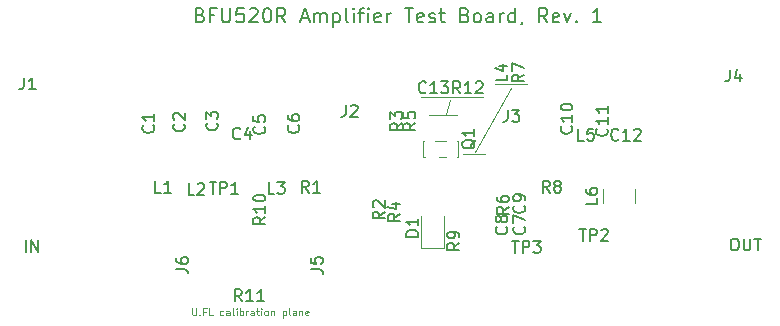
<source format=gbr>
G04 #@! TF.GenerationSoftware,KiCad,Pcbnew,5.1.2-f72e74a~84~ubuntu18.04.1*
G04 #@! TF.CreationDate,2019-07-13T09:23:27-04:00*
G04 #@! TF.ProjectId,iss-lna,6973732d-6c6e-4612-9e6b-696361645f70,rev?*
G04 #@! TF.SameCoordinates,Original*
G04 #@! TF.FileFunction,Legend,Top*
G04 #@! TF.FilePolarity,Positive*
%FSLAX46Y46*%
G04 Gerber Fmt 4.6, Leading zero omitted, Abs format (unit mm)*
G04 Created by KiCad (PCBNEW 5.1.2-f72e74a~84~ubuntu18.04.1) date 2019-07-13 09:23:27*
%MOMM*%
%LPD*%
G04 APERTURE LIST*
%ADD10C,0.100000*%
%ADD11C,0.150000*%
%ADD12C,0.120000*%
G04 APERTURE END LIST*
D10*
X95385714Y-69846428D02*
X95385714Y-70332142D01*
X95414285Y-70389285D01*
X95442857Y-70417857D01*
X95500000Y-70446428D01*
X95614285Y-70446428D01*
X95671428Y-70417857D01*
X95700000Y-70389285D01*
X95728571Y-70332142D01*
X95728571Y-69846428D01*
X96014285Y-70389285D02*
X96042857Y-70417857D01*
X96014285Y-70446428D01*
X95985714Y-70417857D01*
X96014285Y-70389285D01*
X96014285Y-70446428D01*
X96500000Y-70132142D02*
X96300000Y-70132142D01*
X96300000Y-70446428D02*
X96300000Y-69846428D01*
X96585714Y-69846428D01*
X97100000Y-70446428D02*
X96814285Y-70446428D01*
X96814285Y-69846428D01*
X98014285Y-70417857D02*
X97957142Y-70446428D01*
X97842857Y-70446428D01*
X97785714Y-70417857D01*
X97757142Y-70389285D01*
X97728571Y-70332142D01*
X97728571Y-70160714D01*
X97757142Y-70103571D01*
X97785714Y-70075000D01*
X97842857Y-70046428D01*
X97957142Y-70046428D01*
X98014285Y-70075000D01*
X98528571Y-70446428D02*
X98528571Y-70132142D01*
X98500000Y-70075000D01*
X98442857Y-70046428D01*
X98328571Y-70046428D01*
X98271428Y-70075000D01*
X98528571Y-70417857D02*
X98471428Y-70446428D01*
X98328571Y-70446428D01*
X98271428Y-70417857D01*
X98242857Y-70360714D01*
X98242857Y-70303571D01*
X98271428Y-70246428D01*
X98328571Y-70217857D01*
X98471428Y-70217857D01*
X98528571Y-70189285D01*
X98900000Y-70446428D02*
X98842857Y-70417857D01*
X98814285Y-70360714D01*
X98814285Y-69846428D01*
X99128571Y-70446428D02*
X99128571Y-70046428D01*
X99128571Y-69846428D02*
X99100000Y-69875000D01*
X99128571Y-69903571D01*
X99157142Y-69875000D01*
X99128571Y-69846428D01*
X99128571Y-69903571D01*
X99414285Y-70446428D02*
X99414285Y-69846428D01*
X99414285Y-70075000D02*
X99471428Y-70046428D01*
X99585714Y-70046428D01*
X99642857Y-70075000D01*
X99671428Y-70103571D01*
X99700000Y-70160714D01*
X99700000Y-70332142D01*
X99671428Y-70389285D01*
X99642857Y-70417857D01*
X99585714Y-70446428D01*
X99471428Y-70446428D01*
X99414285Y-70417857D01*
X99957142Y-70446428D02*
X99957142Y-70046428D01*
X99957142Y-70160714D02*
X99985714Y-70103571D01*
X100014285Y-70075000D01*
X100071428Y-70046428D01*
X100128571Y-70046428D01*
X100585714Y-70446428D02*
X100585714Y-70132142D01*
X100557142Y-70075000D01*
X100500000Y-70046428D01*
X100385714Y-70046428D01*
X100328571Y-70075000D01*
X100585714Y-70417857D02*
X100528571Y-70446428D01*
X100385714Y-70446428D01*
X100328571Y-70417857D01*
X100300000Y-70360714D01*
X100300000Y-70303571D01*
X100328571Y-70246428D01*
X100385714Y-70217857D01*
X100528571Y-70217857D01*
X100585714Y-70189285D01*
X100785714Y-70046428D02*
X101014285Y-70046428D01*
X100871428Y-69846428D02*
X100871428Y-70360714D01*
X100900000Y-70417857D01*
X100957142Y-70446428D01*
X101014285Y-70446428D01*
X101214285Y-70446428D02*
X101214285Y-70046428D01*
X101214285Y-69846428D02*
X101185714Y-69875000D01*
X101214285Y-69903571D01*
X101242857Y-69875000D01*
X101214285Y-69846428D01*
X101214285Y-69903571D01*
X101585714Y-70446428D02*
X101528571Y-70417857D01*
X101500000Y-70389285D01*
X101471428Y-70332142D01*
X101471428Y-70160714D01*
X101500000Y-70103571D01*
X101528571Y-70075000D01*
X101585714Y-70046428D01*
X101671428Y-70046428D01*
X101728571Y-70075000D01*
X101757142Y-70103571D01*
X101785714Y-70160714D01*
X101785714Y-70332142D01*
X101757142Y-70389285D01*
X101728571Y-70417857D01*
X101671428Y-70446428D01*
X101585714Y-70446428D01*
X102042857Y-70046428D02*
X102042857Y-70446428D01*
X102042857Y-70103571D02*
X102071428Y-70075000D01*
X102128571Y-70046428D01*
X102214285Y-70046428D01*
X102271428Y-70075000D01*
X102300000Y-70132142D01*
X102300000Y-70446428D01*
X103042857Y-70046428D02*
X103042857Y-70646428D01*
X103042857Y-70075000D02*
X103100000Y-70046428D01*
X103214285Y-70046428D01*
X103271428Y-70075000D01*
X103300000Y-70103571D01*
X103328571Y-70160714D01*
X103328571Y-70332142D01*
X103300000Y-70389285D01*
X103271428Y-70417857D01*
X103214285Y-70446428D01*
X103100000Y-70446428D01*
X103042857Y-70417857D01*
X103671428Y-70446428D02*
X103614285Y-70417857D01*
X103585714Y-70360714D01*
X103585714Y-69846428D01*
X104157142Y-70446428D02*
X104157142Y-70132142D01*
X104128571Y-70075000D01*
X104071428Y-70046428D01*
X103957142Y-70046428D01*
X103900000Y-70075000D01*
X104157142Y-70417857D02*
X104100000Y-70446428D01*
X103957142Y-70446428D01*
X103900000Y-70417857D01*
X103871428Y-70360714D01*
X103871428Y-70303571D01*
X103900000Y-70246428D01*
X103957142Y-70217857D01*
X104100000Y-70217857D01*
X104157142Y-70189285D01*
X104442857Y-70046428D02*
X104442857Y-70446428D01*
X104442857Y-70103571D02*
X104471428Y-70075000D01*
X104528571Y-70046428D01*
X104614285Y-70046428D01*
X104671428Y-70075000D01*
X104700000Y-70132142D01*
X104700000Y-70446428D01*
X105214285Y-70417857D02*
X105157142Y-70446428D01*
X105042857Y-70446428D01*
X104985714Y-70417857D01*
X104957142Y-70360714D01*
X104957142Y-70132142D01*
X104985714Y-70075000D01*
X105042857Y-70046428D01*
X105157142Y-70046428D01*
X105214285Y-70075000D01*
X105242857Y-70132142D01*
X105242857Y-70189285D01*
X104957142Y-70246428D01*
D11*
X96057142Y-45014285D02*
X96228571Y-45071428D01*
X96285714Y-45128571D01*
X96342857Y-45242857D01*
X96342857Y-45414285D01*
X96285714Y-45528571D01*
X96228571Y-45585714D01*
X96114285Y-45642857D01*
X95657142Y-45642857D01*
X95657142Y-44442857D01*
X96057142Y-44442857D01*
X96171428Y-44500000D01*
X96228571Y-44557142D01*
X96285714Y-44671428D01*
X96285714Y-44785714D01*
X96228571Y-44900000D01*
X96171428Y-44957142D01*
X96057142Y-45014285D01*
X95657142Y-45014285D01*
X97257142Y-45014285D02*
X96857142Y-45014285D01*
X96857142Y-45642857D02*
X96857142Y-44442857D01*
X97428571Y-44442857D01*
X97885714Y-44442857D02*
X97885714Y-45414285D01*
X97942857Y-45528571D01*
X98000000Y-45585714D01*
X98114285Y-45642857D01*
X98342857Y-45642857D01*
X98457142Y-45585714D01*
X98514285Y-45528571D01*
X98571428Y-45414285D01*
X98571428Y-44442857D01*
X99714285Y-44442857D02*
X99142857Y-44442857D01*
X99085714Y-45014285D01*
X99142857Y-44957142D01*
X99257142Y-44900000D01*
X99542857Y-44900000D01*
X99657142Y-44957142D01*
X99714285Y-45014285D01*
X99771428Y-45128571D01*
X99771428Y-45414285D01*
X99714285Y-45528571D01*
X99657142Y-45585714D01*
X99542857Y-45642857D01*
X99257142Y-45642857D01*
X99142857Y-45585714D01*
X99085714Y-45528571D01*
X100228571Y-44557142D02*
X100285714Y-44500000D01*
X100400000Y-44442857D01*
X100685714Y-44442857D01*
X100800000Y-44500000D01*
X100857142Y-44557142D01*
X100914285Y-44671428D01*
X100914285Y-44785714D01*
X100857142Y-44957142D01*
X100171428Y-45642857D01*
X100914285Y-45642857D01*
X101657142Y-44442857D02*
X101771428Y-44442857D01*
X101885714Y-44500000D01*
X101942857Y-44557142D01*
X102000000Y-44671428D01*
X102057142Y-44900000D01*
X102057142Y-45185714D01*
X102000000Y-45414285D01*
X101942857Y-45528571D01*
X101885714Y-45585714D01*
X101771428Y-45642857D01*
X101657142Y-45642857D01*
X101542857Y-45585714D01*
X101485714Y-45528571D01*
X101428571Y-45414285D01*
X101371428Y-45185714D01*
X101371428Y-44900000D01*
X101428571Y-44671428D01*
X101485714Y-44557142D01*
X101542857Y-44500000D01*
X101657142Y-44442857D01*
X103257142Y-45642857D02*
X102857142Y-45071428D01*
X102571428Y-45642857D02*
X102571428Y-44442857D01*
X103028571Y-44442857D01*
X103142857Y-44500000D01*
X103200000Y-44557142D01*
X103257142Y-44671428D01*
X103257142Y-44842857D01*
X103200000Y-44957142D01*
X103142857Y-45014285D01*
X103028571Y-45071428D01*
X102571428Y-45071428D01*
X104628571Y-45300000D02*
X105200000Y-45300000D01*
X104514285Y-45642857D02*
X104914285Y-44442857D01*
X105314285Y-45642857D01*
X105714285Y-45642857D02*
X105714285Y-44842857D01*
X105714285Y-44957142D02*
X105771428Y-44900000D01*
X105885714Y-44842857D01*
X106057142Y-44842857D01*
X106171428Y-44900000D01*
X106228571Y-45014285D01*
X106228571Y-45642857D01*
X106228571Y-45014285D02*
X106285714Y-44900000D01*
X106400000Y-44842857D01*
X106571428Y-44842857D01*
X106685714Y-44900000D01*
X106742857Y-45014285D01*
X106742857Y-45642857D01*
X107314285Y-44842857D02*
X107314285Y-46042857D01*
X107314285Y-44900000D02*
X107428571Y-44842857D01*
X107657142Y-44842857D01*
X107771428Y-44900000D01*
X107828571Y-44957142D01*
X107885714Y-45071428D01*
X107885714Y-45414285D01*
X107828571Y-45528571D01*
X107771428Y-45585714D01*
X107657142Y-45642857D01*
X107428571Y-45642857D01*
X107314285Y-45585714D01*
X108571428Y-45642857D02*
X108457142Y-45585714D01*
X108400000Y-45471428D01*
X108400000Y-44442857D01*
X109028571Y-45642857D02*
X109028571Y-44842857D01*
X109028571Y-44442857D02*
X108971428Y-44500000D01*
X109028571Y-44557142D01*
X109085714Y-44500000D01*
X109028571Y-44442857D01*
X109028571Y-44557142D01*
X109428571Y-44842857D02*
X109885714Y-44842857D01*
X109600000Y-45642857D02*
X109600000Y-44614285D01*
X109657142Y-44500000D01*
X109771428Y-44442857D01*
X109885714Y-44442857D01*
X110285714Y-45642857D02*
X110285714Y-44842857D01*
X110285714Y-44442857D02*
X110228571Y-44500000D01*
X110285714Y-44557142D01*
X110342857Y-44500000D01*
X110285714Y-44442857D01*
X110285714Y-44557142D01*
X111314285Y-45585714D02*
X111200000Y-45642857D01*
X110971428Y-45642857D01*
X110857142Y-45585714D01*
X110800000Y-45471428D01*
X110800000Y-45014285D01*
X110857142Y-44900000D01*
X110971428Y-44842857D01*
X111200000Y-44842857D01*
X111314285Y-44900000D01*
X111371428Y-45014285D01*
X111371428Y-45128571D01*
X110800000Y-45242857D01*
X111885714Y-45642857D02*
X111885714Y-44842857D01*
X111885714Y-45071428D02*
X111942857Y-44957142D01*
X112000000Y-44900000D01*
X112114285Y-44842857D01*
X112228571Y-44842857D01*
X113371428Y-44442857D02*
X114057142Y-44442857D01*
X113714285Y-45642857D02*
X113714285Y-44442857D01*
X114914285Y-45585714D02*
X114800000Y-45642857D01*
X114571428Y-45642857D01*
X114457142Y-45585714D01*
X114400000Y-45471428D01*
X114400000Y-45014285D01*
X114457142Y-44900000D01*
X114571428Y-44842857D01*
X114800000Y-44842857D01*
X114914285Y-44900000D01*
X114971428Y-45014285D01*
X114971428Y-45128571D01*
X114400000Y-45242857D01*
X115428571Y-45585714D02*
X115542857Y-45642857D01*
X115771428Y-45642857D01*
X115885714Y-45585714D01*
X115942857Y-45471428D01*
X115942857Y-45414285D01*
X115885714Y-45300000D01*
X115771428Y-45242857D01*
X115600000Y-45242857D01*
X115485714Y-45185714D01*
X115428571Y-45071428D01*
X115428571Y-45014285D01*
X115485714Y-44900000D01*
X115600000Y-44842857D01*
X115771428Y-44842857D01*
X115885714Y-44900000D01*
X116285714Y-44842857D02*
X116742857Y-44842857D01*
X116457142Y-44442857D02*
X116457142Y-45471428D01*
X116514285Y-45585714D01*
X116628571Y-45642857D01*
X116742857Y-45642857D01*
X118457142Y-45014285D02*
X118628571Y-45071428D01*
X118685714Y-45128571D01*
X118742857Y-45242857D01*
X118742857Y-45414285D01*
X118685714Y-45528571D01*
X118628571Y-45585714D01*
X118514285Y-45642857D01*
X118057142Y-45642857D01*
X118057142Y-44442857D01*
X118457142Y-44442857D01*
X118571428Y-44500000D01*
X118628571Y-44557142D01*
X118685714Y-44671428D01*
X118685714Y-44785714D01*
X118628571Y-44900000D01*
X118571428Y-44957142D01*
X118457142Y-45014285D01*
X118057142Y-45014285D01*
X119428571Y-45642857D02*
X119314285Y-45585714D01*
X119257142Y-45528571D01*
X119200000Y-45414285D01*
X119200000Y-45071428D01*
X119257142Y-44957142D01*
X119314285Y-44900000D01*
X119428571Y-44842857D01*
X119600000Y-44842857D01*
X119714285Y-44900000D01*
X119771428Y-44957142D01*
X119828571Y-45071428D01*
X119828571Y-45414285D01*
X119771428Y-45528571D01*
X119714285Y-45585714D01*
X119600000Y-45642857D01*
X119428571Y-45642857D01*
X120857142Y-45642857D02*
X120857142Y-45014285D01*
X120800000Y-44900000D01*
X120685714Y-44842857D01*
X120457142Y-44842857D01*
X120342857Y-44900000D01*
X120857142Y-45585714D02*
X120742857Y-45642857D01*
X120457142Y-45642857D01*
X120342857Y-45585714D01*
X120285714Y-45471428D01*
X120285714Y-45357142D01*
X120342857Y-45242857D01*
X120457142Y-45185714D01*
X120742857Y-45185714D01*
X120857142Y-45128571D01*
X121428571Y-45642857D02*
X121428571Y-44842857D01*
X121428571Y-45071428D02*
X121485714Y-44957142D01*
X121542857Y-44900000D01*
X121657142Y-44842857D01*
X121771428Y-44842857D01*
X122685714Y-45642857D02*
X122685714Y-44442857D01*
X122685714Y-45585714D02*
X122571428Y-45642857D01*
X122342857Y-45642857D01*
X122228571Y-45585714D01*
X122171428Y-45528571D01*
X122114285Y-45414285D01*
X122114285Y-45071428D01*
X122171428Y-44957142D01*
X122228571Y-44900000D01*
X122342857Y-44842857D01*
X122571428Y-44842857D01*
X122685714Y-44900000D01*
X123314285Y-45585714D02*
X123314285Y-45642857D01*
X123257142Y-45757142D01*
X123200000Y-45814285D01*
X125428571Y-45642857D02*
X125028571Y-45071428D01*
X124742857Y-45642857D02*
X124742857Y-44442857D01*
X125200000Y-44442857D01*
X125314285Y-44500000D01*
X125371428Y-44557142D01*
X125428571Y-44671428D01*
X125428571Y-44842857D01*
X125371428Y-44957142D01*
X125314285Y-45014285D01*
X125200000Y-45071428D01*
X124742857Y-45071428D01*
X126400000Y-45585714D02*
X126285714Y-45642857D01*
X126057142Y-45642857D01*
X125942857Y-45585714D01*
X125885714Y-45471428D01*
X125885714Y-45014285D01*
X125942857Y-44900000D01*
X126057142Y-44842857D01*
X126285714Y-44842857D01*
X126400000Y-44900000D01*
X126457142Y-45014285D01*
X126457142Y-45128571D01*
X125885714Y-45242857D01*
X126857142Y-44842857D02*
X127142857Y-45642857D01*
X127428571Y-44842857D01*
X127885714Y-45528571D02*
X127942857Y-45585714D01*
X127885714Y-45642857D01*
X127828571Y-45585714D01*
X127885714Y-45528571D01*
X127885714Y-45642857D01*
X130000000Y-45642857D02*
X129314285Y-45642857D01*
X129657142Y-45642857D02*
X129657142Y-44442857D01*
X129542857Y-44614285D01*
X129428571Y-44728571D01*
X129314285Y-44785714D01*
X141200000Y-63952380D02*
X141390476Y-63952380D01*
X141485714Y-64000000D01*
X141580952Y-64095238D01*
X141628571Y-64285714D01*
X141628571Y-64619047D01*
X141580952Y-64809523D01*
X141485714Y-64904761D01*
X141390476Y-64952380D01*
X141200000Y-64952380D01*
X141104761Y-64904761D01*
X141009523Y-64809523D01*
X140961904Y-64619047D01*
X140961904Y-64285714D01*
X141009523Y-64095238D01*
X141104761Y-64000000D01*
X141200000Y-63952380D01*
X142057142Y-63952380D02*
X142057142Y-64761904D01*
X142104761Y-64857142D01*
X142152380Y-64904761D01*
X142247619Y-64952380D01*
X142438095Y-64952380D01*
X142533333Y-64904761D01*
X142580952Y-64857142D01*
X142628571Y-64761904D01*
X142628571Y-63952380D01*
X142961904Y-63952380D02*
X143533333Y-63952380D01*
X143247619Y-64952380D02*
X143247619Y-63952380D01*
X81276190Y-65052380D02*
X81276190Y-64052380D01*
X81752380Y-65052380D02*
X81752380Y-64052380D01*
X82323809Y-65052380D01*
X82323809Y-64052380D01*
D12*
X117200000Y-52200000D02*
X116900000Y-53400000D01*
X115400000Y-53500000D02*
X117800000Y-53500000D01*
X114700000Y-52000000D02*
X120000000Y-52000000D01*
X122400000Y-51200000D02*
X119300000Y-56600000D01*
X118300000Y-56800000D02*
X120200000Y-56800000D01*
X123700000Y-50900000D02*
X121000000Y-50900000D01*
X114900000Y-55650000D02*
X115000000Y-55650000D01*
X117800000Y-55650000D02*
X117900000Y-55650000D01*
X117900000Y-57050000D02*
X117800000Y-57050000D01*
X114900000Y-57050000D02*
X115100000Y-57050000D01*
X114900000Y-55650000D02*
X114900000Y-57050000D01*
X117900000Y-55650000D02*
X117900000Y-57050000D01*
X116300000Y-57050000D02*
X116900000Y-57050000D01*
X115900000Y-55650000D02*
X116900000Y-55650000D01*
X132860000Y-60952064D02*
X132860000Y-59747936D01*
X130140000Y-60952064D02*
X130140000Y-59747936D01*
X116660000Y-64735000D02*
X116660000Y-62050000D01*
X114740000Y-64735000D02*
X116660000Y-64735000D01*
X114740000Y-62050000D02*
X114740000Y-64735000D01*
D11*
X140866666Y-49652380D02*
X140866666Y-50366666D01*
X140819047Y-50509523D01*
X140723809Y-50604761D01*
X140580952Y-50652380D01*
X140485714Y-50652380D01*
X141771428Y-49985714D02*
X141771428Y-50652380D01*
X141533333Y-49604761D02*
X141295238Y-50319047D01*
X141914285Y-50319047D01*
X81126666Y-50322380D02*
X81126666Y-51036666D01*
X81079047Y-51179523D01*
X80983809Y-51274761D01*
X80840952Y-51322380D01*
X80745714Y-51322380D01*
X82126666Y-51322380D02*
X81555238Y-51322380D01*
X81840952Y-51322380D02*
X81840952Y-50322380D01*
X81745714Y-50465238D01*
X81650476Y-50560476D01*
X81555238Y-50608095D01*
X123452380Y-50066666D02*
X122976190Y-50400000D01*
X123452380Y-50638095D02*
X122452380Y-50638095D01*
X122452380Y-50257142D01*
X122500000Y-50161904D01*
X122547619Y-50114285D01*
X122642857Y-50066666D01*
X122785714Y-50066666D01*
X122880952Y-50114285D01*
X122928571Y-50161904D01*
X122976190Y-50257142D01*
X122976190Y-50638095D01*
X122452380Y-49733333D02*
X122452380Y-49066666D01*
X123452380Y-49495238D01*
X118057142Y-51652380D02*
X117723809Y-51176190D01*
X117485714Y-51652380D02*
X117485714Y-50652380D01*
X117866666Y-50652380D01*
X117961904Y-50700000D01*
X118009523Y-50747619D01*
X118057142Y-50842857D01*
X118057142Y-50985714D01*
X118009523Y-51080952D01*
X117961904Y-51128571D01*
X117866666Y-51176190D01*
X117485714Y-51176190D01*
X119009523Y-51652380D02*
X118438095Y-51652380D01*
X118723809Y-51652380D02*
X118723809Y-50652380D01*
X118628571Y-50795238D01*
X118533333Y-50890476D01*
X118438095Y-50938095D01*
X119390476Y-50747619D02*
X119438095Y-50700000D01*
X119533333Y-50652380D01*
X119771428Y-50652380D01*
X119866666Y-50700000D01*
X119914285Y-50747619D01*
X119961904Y-50842857D01*
X119961904Y-50938095D01*
X119914285Y-51080952D01*
X119342857Y-51652380D01*
X119961904Y-51652380D01*
X115157142Y-51557142D02*
X115109523Y-51604761D01*
X114966666Y-51652380D01*
X114871428Y-51652380D01*
X114728571Y-51604761D01*
X114633333Y-51509523D01*
X114585714Y-51414285D01*
X114538095Y-51223809D01*
X114538095Y-51080952D01*
X114585714Y-50890476D01*
X114633333Y-50795238D01*
X114728571Y-50700000D01*
X114871428Y-50652380D01*
X114966666Y-50652380D01*
X115109523Y-50700000D01*
X115157142Y-50747619D01*
X116109523Y-51652380D02*
X115538095Y-51652380D01*
X115823809Y-51652380D02*
X115823809Y-50652380D01*
X115728571Y-50795238D01*
X115633333Y-50890476D01*
X115538095Y-50938095D01*
X116442857Y-50652380D02*
X117061904Y-50652380D01*
X116728571Y-51033333D01*
X116871428Y-51033333D01*
X116966666Y-51080952D01*
X117014285Y-51128571D01*
X117061904Y-51223809D01*
X117061904Y-51461904D01*
X117014285Y-51557142D01*
X116966666Y-51604761D01*
X116871428Y-51652380D01*
X116585714Y-51652380D01*
X116490476Y-51604761D01*
X116442857Y-51557142D01*
X122438095Y-64152380D02*
X123009523Y-64152380D01*
X122723809Y-65152380D02*
X122723809Y-64152380D01*
X123342857Y-65152380D02*
X123342857Y-64152380D01*
X123723809Y-64152380D01*
X123819047Y-64200000D01*
X123866666Y-64247619D01*
X123914285Y-64342857D01*
X123914285Y-64485714D01*
X123866666Y-64580952D01*
X123819047Y-64628571D01*
X123723809Y-64676190D01*
X123342857Y-64676190D01*
X124247619Y-64152380D02*
X124866666Y-64152380D01*
X124533333Y-64533333D01*
X124676190Y-64533333D01*
X124771428Y-64580952D01*
X124819047Y-64628571D01*
X124866666Y-64723809D01*
X124866666Y-64961904D01*
X124819047Y-65057142D01*
X124771428Y-65104761D01*
X124676190Y-65152380D01*
X124390476Y-65152380D01*
X124295238Y-65104761D01*
X124247619Y-65057142D01*
X128138095Y-63152380D02*
X128709523Y-63152380D01*
X128423809Y-64152380D02*
X128423809Y-63152380D01*
X129042857Y-64152380D02*
X129042857Y-63152380D01*
X129423809Y-63152380D01*
X129519047Y-63200000D01*
X129566666Y-63247619D01*
X129614285Y-63342857D01*
X129614285Y-63485714D01*
X129566666Y-63580952D01*
X129519047Y-63628571D01*
X129423809Y-63676190D01*
X129042857Y-63676190D01*
X129995238Y-63247619D02*
X130042857Y-63200000D01*
X130138095Y-63152380D01*
X130376190Y-63152380D01*
X130471428Y-63200000D01*
X130519047Y-63247619D01*
X130566666Y-63342857D01*
X130566666Y-63438095D01*
X130519047Y-63580952D01*
X129947619Y-64152380D01*
X130566666Y-64152380D01*
X96838095Y-59152380D02*
X97409523Y-59152380D01*
X97123809Y-60152380D02*
X97123809Y-59152380D01*
X97742857Y-60152380D02*
X97742857Y-59152380D01*
X98123809Y-59152380D01*
X98219047Y-59200000D01*
X98266666Y-59247619D01*
X98314285Y-59342857D01*
X98314285Y-59485714D01*
X98266666Y-59580952D01*
X98219047Y-59628571D01*
X98123809Y-59676190D01*
X97742857Y-59676190D01*
X99266666Y-60152380D02*
X98695238Y-60152380D01*
X98980952Y-60152380D02*
X98980952Y-59152380D01*
X98885714Y-59295238D01*
X98790476Y-59390476D01*
X98695238Y-59438095D01*
X99557142Y-69252380D02*
X99223809Y-68776190D01*
X98985714Y-69252380D02*
X98985714Y-68252380D01*
X99366666Y-68252380D01*
X99461904Y-68300000D01*
X99509523Y-68347619D01*
X99557142Y-68442857D01*
X99557142Y-68585714D01*
X99509523Y-68680952D01*
X99461904Y-68728571D01*
X99366666Y-68776190D01*
X98985714Y-68776190D01*
X100509523Y-69252380D02*
X99938095Y-69252380D01*
X100223809Y-69252380D02*
X100223809Y-68252380D01*
X100128571Y-68395238D01*
X100033333Y-68490476D01*
X99938095Y-68538095D01*
X101461904Y-69252380D02*
X100890476Y-69252380D01*
X101176190Y-69252380D02*
X101176190Y-68252380D01*
X101080952Y-68395238D01*
X100985714Y-68490476D01*
X100890476Y-68538095D01*
X101552380Y-62142857D02*
X101076190Y-62476190D01*
X101552380Y-62714285D02*
X100552380Y-62714285D01*
X100552380Y-62333333D01*
X100600000Y-62238095D01*
X100647619Y-62190476D01*
X100742857Y-62142857D01*
X100885714Y-62142857D01*
X100980952Y-62190476D01*
X101028571Y-62238095D01*
X101076190Y-62333333D01*
X101076190Y-62714285D01*
X101552380Y-61190476D02*
X101552380Y-61761904D01*
X101552380Y-61476190D02*
X100552380Y-61476190D01*
X100695238Y-61571428D01*
X100790476Y-61666666D01*
X100838095Y-61761904D01*
X100552380Y-60571428D02*
X100552380Y-60476190D01*
X100600000Y-60380952D01*
X100647619Y-60333333D01*
X100742857Y-60285714D01*
X100933333Y-60238095D01*
X101171428Y-60238095D01*
X101361904Y-60285714D01*
X101457142Y-60333333D01*
X101504761Y-60380952D01*
X101552380Y-60476190D01*
X101552380Y-60571428D01*
X101504761Y-60666666D01*
X101457142Y-60714285D01*
X101361904Y-60761904D01*
X101171428Y-60809523D01*
X100933333Y-60809523D01*
X100742857Y-60761904D01*
X100647619Y-60714285D01*
X100600000Y-60666666D01*
X100552380Y-60571428D01*
X117982380Y-64316666D02*
X117506190Y-64650000D01*
X117982380Y-64888095D02*
X116982380Y-64888095D01*
X116982380Y-64507142D01*
X117030000Y-64411904D01*
X117077619Y-64364285D01*
X117172857Y-64316666D01*
X117315714Y-64316666D01*
X117410952Y-64364285D01*
X117458571Y-64411904D01*
X117506190Y-64507142D01*
X117506190Y-64888095D01*
X117982380Y-63840476D02*
X117982380Y-63650000D01*
X117934761Y-63554761D01*
X117887142Y-63507142D01*
X117744285Y-63411904D01*
X117553809Y-63364285D01*
X117172857Y-63364285D01*
X117077619Y-63411904D01*
X117030000Y-63459523D01*
X116982380Y-63554761D01*
X116982380Y-63745238D01*
X117030000Y-63840476D01*
X117077619Y-63888095D01*
X117172857Y-63935714D01*
X117410952Y-63935714D01*
X117506190Y-63888095D01*
X117553809Y-63840476D01*
X117601428Y-63745238D01*
X117601428Y-63554761D01*
X117553809Y-63459523D01*
X117506190Y-63411904D01*
X117410952Y-63364285D01*
X125633333Y-60052380D02*
X125300000Y-59576190D01*
X125061904Y-60052380D02*
X125061904Y-59052380D01*
X125442857Y-59052380D01*
X125538095Y-59100000D01*
X125585714Y-59147619D01*
X125633333Y-59242857D01*
X125633333Y-59385714D01*
X125585714Y-59480952D01*
X125538095Y-59528571D01*
X125442857Y-59576190D01*
X125061904Y-59576190D01*
X126204761Y-59480952D02*
X126109523Y-59433333D01*
X126061904Y-59385714D01*
X126014285Y-59290476D01*
X126014285Y-59242857D01*
X126061904Y-59147619D01*
X126109523Y-59100000D01*
X126204761Y-59052380D01*
X126395238Y-59052380D01*
X126490476Y-59100000D01*
X126538095Y-59147619D01*
X126585714Y-59242857D01*
X126585714Y-59290476D01*
X126538095Y-59385714D01*
X126490476Y-59433333D01*
X126395238Y-59480952D01*
X126204761Y-59480952D01*
X126109523Y-59528571D01*
X126061904Y-59576190D01*
X126014285Y-59671428D01*
X126014285Y-59861904D01*
X126061904Y-59957142D01*
X126109523Y-60004761D01*
X126204761Y-60052380D01*
X126395238Y-60052380D01*
X126490476Y-60004761D01*
X126538095Y-59957142D01*
X126585714Y-59861904D01*
X126585714Y-59671428D01*
X126538095Y-59576190D01*
X126490476Y-59528571D01*
X126395238Y-59480952D01*
X122152380Y-61266666D02*
X121676190Y-61600000D01*
X122152380Y-61838095D02*
X121152380Y-61838095D01*
X121152380Y-61457142D01*
X121200000Y-61361904D01*
X121247619Y-61314285D01*
X121342857Y-61266666D01*
X121485714Y-61266666D01*
X121580952Y-61314285D01*
X121628571Y-61361904D01*
X121676190Y-61457142D01*
X121676190Y-61838095D01*
X121152380Y-60409523D02*
X121152380Y-60600000D01*
X121200000Y-60695238D01*
X121247619Y-60742857D01*
X121390476Y-60838095D01*
X121580952Y-60885714D01*
X121961904Y-60885714D01*
X122057142Y-60838095D01*
X122104761Y-60790476D01*
X122152380Y-60695238D01*
X122152380Y-60504761D01*
X122104761Y-60409523D01*
X122057142Y-60361904D01*
X121961904Y-60314285D01*
X121723809Y-60314285D01*
X121628571Y-60361904D01*
X121580952Y-60409523D01*
X121533333Y-60504761D01*
X121533333Y-60695238D01*
X121580952Y-60790476D01*
X121628571Y-60838095D01*
X121723809Y-60885714D01*
X114252380Y-54166666D02*
X113776190Y-54500000D01*
X114252380Y-54738095D02*
X113252380Y-54738095D01*
X113252380Y-54357142D01*
X113300000Y-54261904D01*
X113347619Y-54214285D01*
X113442857Y-54166666D01*
X113585714Y-54166666D01*
X113680952Y-54214285D01*
X113728571Y-54261904D01*
X113776190Y-54357142D01*
X113776190Y-54738095D01*
X113252380Y-53261904D02*
X113252380Y-53738095D01*
X113728571Y-53785714D01*
X113680952Y-53738095D01*
X113633333Y-53642857D01*
X113633333Y-53404761D01*
X113680952Y-53309523D01*
X113728571Y-53261904D01*
X113823809Y-53214285D01*
X114061904Y-53214285D01*
X114157142Y-53261904D01*
X114204761Y-53309523D01*
X114252380Y-53404761D01*
X114252380Y-53642857D01*
X114204761Y-53738095D01*
X114157142Y-53785714D01*
X112952380Y-61866666D02*
X112476190Y-62200000D01*
X112952380Y-62438095D02*
X111952380Y-62438095D01*
X111952380Y-62057142D01*
X112000000Y-61961904D01*
X112047619Y-61914285D01*
X112142857Y-61866666D01*
X112285714Y-61866666D01*
X112380952Y-61914285D01*
X112428571Y-61961904D01*
X112476190Y-62057142D01*
X112476190Y-62438095D01*
X112285714Y-61009523D02*
X112952380Y-61009523D01*
X111904761Y-61247619D02*
X112619047Y-61485714D01*
X112619047Y-60866666D01*
X113152380Y-54166666D02*
X112676190Y-54500000D01*
X113152380Y-54738095D02*
X112152380Y-54738095D01*
X112152380Y-54357142D01*
X112200000Y-54261904D01*
X112247619Y-54214285D01*
X112342857Y-54166666D01*
X112485714Y-54166666D01*
X112580952Y-54214285D01*
X112628571Y-54261904D01*
X112676190Y-54357142D01*
X112676190Y-54738095D01*
X112152380Y-53833333D02*
X112152380Y-53214285D01*
X112533333Y-53547619D01*
X112533333Y-53404761D01*
X112580952Y-53309523D01*
X112628571Y-53261904D01*
X112723809Y-53214285D01*
X112961904Y-53214285D01*
X113057142Y-53261904D01*
X113104761Y-53309523D01*
X113152380Y-53404761D01*
X113152380Y-53690476D01*
X113104761Y-53785714D01*
X113057142Y-53833333D01*
X111652380Y-61666666D02*
X111176190Y-62000000D01*
X111652380Y-62238095D02*
X110652380Y-62238095D01*
X110652380Y-61857142D01*
X110700000Y-61761904D01*
X110747619Y-61714285D01*
X110842857Y-61666666D01*
X110985714Y-61666666D01*
X111080952Y-61714285D01*
X111128571Y-61761904D01*
X111176190Y-61857142D01*
X111176190Y-62238095D01*
X110747619Y-61285714D02*
X110700000Y-61238095D01*
X110652380Y-61142857D01*
X110652380Y-60904761D01*
X110700000Y-60809523D01*
X110747619Y-60761904D01*
X110842857Y-60714285D01*
X110938095Y-60714285D01*
X111080952Y-60761904D01*
X111652380Y-61333333D01*
X111652380Y-60714285D01*
X105233333Y-60052380D02*
X104900000Y-59576190D01*
X104661904Y-60052380D02*
X104661904Y-59052380D01*
X105042857Y-59052380D01*
X105138095Y-59100000D01*
X105185714Y-59147619D01*
X105233333Y-59242857D01*
X105233333Y-59385714D01*
X105185714Y-59480952D01*
X105138095Y-59528571D01*
X105042857Y-59576190D01*
X104661904Y-59576190D01*
X106185714Y-60052380D02*
X105614285Y-60052380D01*
X105900000Y-60052380D02*
X105900000Y-59052380D01*
X105804761Y-59195238D01*
X105709523Y-59290476D01*
X105614285Y-59338095D01*
X119347619Y-55595238D02*
X119300000Y-55690476D01*
X119204761Y-55785714D01*
X119061904Y-55928571D01*
X119014285Y-56023809D01*
X119014285Y-56119047D01*
X119252380Y-56071428D02*
X119204761Y-56166666D01*
X119109523Y-56261904D01*
X118919047Y-56309523D01*
X118585714Y-56309523D01*
X118395238Y-56261904D01*
X118300000Y-56166666D01*
X118252380Y-56071428D01*
X118252380Y-55880952D01*
X118300000Y-55785714D01*
X118395238Y-55690476D01*
X118585714Y-55642857D01*
X118919047Y-55642857D01*
X119109523Y-55690476D01*
X119204761Y-55785714D01*
X119252380Y-55880952D01*
X119252380Y-56071428D01*
X119252380Y-54690476D02*
X119252380Y-55261904D01*
X119252380Y-54976190D02*
X118252380Y-54976190D01*
X118395238Y-55071428D01*
X118490476Y-55166666D01*
X118538095Y-55261904D01*
X129672380Y-60516666D02*
X129672380Y-60992857D01*
X128672380Y-60992857D01*
X128672380Y-59754761D02*
X128672380Y-59945238D01*
X128720000Y-60040476D01*
X128767619Y-60088095D01*
X128910476Y-60183333D01*
X129100952Y-60230952D01*
X129481904Y-60230952D01*
X129577142Y-60183333D01*
X129624761Y-60135714D01*
X129672380Y-60040476D01*
X129672380Y-59850000D01*
X129624761Y-59754761D01*
X129577142Y-59707142D01*
X129481904Y-59659523D01*
X129243809Y-59659523D01*
X129148571Y-59707142D01*
X129100952Y-59754761D01*
X129053333Y-59850000D01*
X129053333Y-60040476D01*
X129100952Y-60135714D01*
X129148571Y-60183333D01*
X129243809Y-60230952D01*
X128533333Y-55652380D02*
X128057142Y-55652380D01*
X128057142Y-54652380D01*
X129342857Y-54652380D02*
X128866666Y-54652380D01*
X128819047Y-55128571D01*
X128866666Y-55080952D01*
X128961904Y-55033333D01*
X129200000Y-55033333D01*
X129295238Y-55080952D01*
X129342857Y-55128571D01*
X129390476Y-55223809D01*
X129390476Y-55461904D01*
X129342857Y-55557142D01*
X129295238Y-55604761D01*
X129200000Y-55652380D01*
X128961904Y-55652380D01*
X128866666Y-55604761D01*
X128819047Y-55557142D01*
X122052380Y-50066666D02*
X122052380Y-50542857D01*
X121052380Y-50542857D01*
X121385714Y-49304761D02*
X122052380Y-49304761D01*
X121004761Y-49542857D02*
X121719047Y-49780952D01*
X121719047Y-49161904D01*
X102333333Y-60152380D02*
X101857142Y-60152380D01*
X101857142Y-59152380D01*
X102571428Y-59152380D02*
X103190476Y-59152380D01*
X102857142Y-59533333D01*
X103000000Y-59533333D01*
X103095238Y-59580952D01*
X103142857Y-59628571D01*
X103190476Y-59723809D01*
X103190476Y-59961904D01*
X103142857Y-60057142D01*
X103095238Y-60104761D01*
X103000000Y-60152380D01*
X102714285Y-60152380D01*
X102619047Y-60104761D01*
X102571428Y-60057142D01*
X95533333Y-60252380D02*
X95057142Y-60252380D01*
X95057142Y-59252380D01*
X95819047Y-59347619D02*
X95866666Y-59300000D01*
X95961904Y-59252380D01*
X96200000Y-59252380D01*
X96295238Y-59300000D01*
X96342857Y-59347619D01*
X96390476Y-59442857D01*
X96390476Y-59538095D01*
X96342857Y-59680952D01*
X95771428Y-60252380D01*
X96390476Y-60252380D01*
X92733333Y-60052380D02*
X92257142Y-60052380D01*
X92257142Y-59052380D01*
X93590476Y-60052380D02*
X93019047Y-60052380D01*
X93304761Y-60052380D02*
X93304761Y-59052380D01*
X93209523Y-59195238D01*
X93114285Y-59290476D01*
X93019047Y-59338095D01*
X94002380Y-66528333D02*
X94716666Y-66528333D01*
X94859523Y-66575952D01*
X94954761Y-66671190D01*
X95002380Y-66814047D01*
X95002380Y-66909285D01*
X94002380Y-65623571D02*
X94002380Y-65814047D01*
X94050000Y-65909285D01*
X94097619Y-65956904D01*
X94240476Y-66052142D01*
X94430952Y-66099761D01*
X94811904Y-66099761D01*
X94907142Y-66052142D01*
X94954761Y-66004523D01*
X95002380Y-65909285D01*
X95002380Y-65718809D01*
X94954761Y-65623571D01*
X94907142Y-65575952D01*
X94811904Y-65528333D01*
X94573809Y-65528333D01*
X94478571Y-65575952D01*
X94430952Y-65623571D01*
X94383333Y-65718809D01*
X94383333Y-65909285D01*
X94430952Y-66004523D01*
X94478571Y-66052142D01*
X94573809Y-66099761D01*
X105402380Y-66533333D02*
X106116666Y-66533333D01*
X106259523Y-66580952D01*
X106354761Y-66676190D01*
X106402380Y-66819047D01*
X106402380Y-66914285D01*
X105402380Y-65580952D02*
X105402380Y-66057142D01*
X105878571Y-66104761D01*
X105830952Y-66057142D01*
X105783333Y-65961904D01*
X105783333Y-65723809D01*
X105830952Y-65628571D01*
X105878571Y-65580952D01*
X105973809Y-65533333D01*
X106211904Y-65533333D01*
X106307142Y-65580952D01*
X106354761Y-65628571D01*
X106402380Y-65723809D01*
X106402380Y-65961904D01*
X106354761Y-66057142D01*
X106307142Y-66104761D01*
X122066666Y-53052380D02*
X122066666Y-53766666D01*
X122019047Y-53909523D01*
X121923809Y-54004761D01*
X121780952Y-54052380D01*
X121685714Y-54052380D01*
X122447619Y-53052380D02*
X123066666Y-53052380D01*
X122733333Y-53433333D01*
X122876190Y-53433333D01*
X122971428Y-53480952D01*
X123019047Y-53528571D01*
X123066666Y-53623809D01*
X123066666Y-53861904D01*
X123019047Y-53957142D01*
X122971428Y-54004761D01*
X122876190Y-54052380D01*
X122590476Y-54052380D01*
X122495238Y-54004761D01*
X122447619Y-53957142D01*
X108366666Y-52652380D02*
X108366666Y-53366666D01*
X108319047Y-53509523D01*
X108223809Y-53604761D01*
X108080952Y-53652380D01*
X107985714Y-53652380D01*
X108795238Y-52747619D02*
X108842857Y-52700000D01*
X108938095Y-52652380D01*
X109176190Y-52652380D01*
X109271428Y-52700000D01*
X109319047Y-52747619D01*
X109366666Y-52842857D01*
X109366666Y-52938095D01*
X109319047Y-53080952D01*
X108747619Y-53652380D01*
X109366666Y-53652380D01*
X114502380Y-63788095D02*
X113502380Y-63788095D01*
X113502380Y-63550000D01*
X113550000Y-63407142D01*
X113645238Y-63311904D01*
X113740476Y-63264285D01*
X113930952Y-63216666D01*
X114073809Y-63216666D01*
X114264285Y-63264285D01*
X114359523Y-63311904D01*
X114454761Y-63407142D01*
X114502380Y-63550000D01*
X114502380Y-63788095D01*
X114502380Y-62264285D02*
X114502380Y-62835714D01*
X114502380Y-62550000D02*
X113502380Y-62550000D01*
X113645238Y-62645238D01*
X113740476Y-62740476D01*
X113788095Y-62835714D01*
X131457142Y-55557142D02*
X131409523Y-55604761D01*
X131266666Y-55652380D01*
X131171428Y-55652380D01*
X131028571Y-55604761D01*
X130933333Y-55509523D01*
X130885714Y-55414285D01*
X130838095Y-55223809D01*
X130838095Y-55080952D01*
X130885714Y-54890476D01*
X130933333Y-54795238D01*
X131028571Y-54700000D01*
X131171428Y-54652380D01*
X131266666Y-54652380D01*
X131409523Y-54700000D01*
X131457142Y-54747619D01*
X132409523Y-55652380D02*
X131838095Y-55652380D01*
X132123809Y-55652380D02*
X132123809Y-54652380D01*
X132028571Y-54795238D01*
X131933333Y-54890476D01*
X131838095Y-54938095D01*
X132790476Y-54747619D02*
X132838095Y-54700000D01*
X132933333Y-54652380D01*
X133171428Y-54652380D01*
X133266666Y-54700000D01*
X133314285Y-54747619D01*
X133361904Y-54842857D01*
X133361904Y-54938095D01*
X133314285Y-55080952D01*
X132742857Y-55652380D01*
X133361904Y-55652380D01*
X130457142Y-54642857D02*
X130504761Y-54690476D01*
X130552380Y-54833333D01*
X130552380Y-54928571D01*
X130504761Y-55071428D01*
X130409523Y-55166666D01*
X130314285Y-55214285D01*
X130123809Y-55261904D01*
X129980952Y-55261904D01*
X129790476Y-55214285D01*
X129695238Y-55166666D01*
X129600000Y-55071428D01*
X129552380Y-54928571D01*
X129552380Y-54833333D01*
X129600000Y-54690476D01*
X129647619Y-54642857D01*
X130552380Y-53690476D02*
X130552380Y-54261904D01*
X130552380Y-53976190D02*
X129552380Y-53976190D01*
X129695238Y-54071428D01*
X129790476Y-54166666D01*
X129838095Y-54261904D01*
X130552380Y-52738095D02*
X130552380Y-53309523D01*
X130552380Y-53023809D02*
X129552380Y-53023809D01*
X129695238Y-53119047D01*
X129790476Y-53214285D01*
X129838095Y-53309523D01*
X127457142Y-54442857D02*
X127504761Y-54490476D01*
X127552380Y-54633333D01*
X127552380Y-54728571D01*
X127504761Y-54871428D01*
X127409523Y-54966666D01*
X127314285Y-55014285D01*
X127123809Y-55061904D01*
X126980952Y-55061904D01*
X126790476Y-55014285D01*
X126695238Y-54966666D01*
X126600000Y-54871428D01*
X126552380Y-54728571D01*
X126552380Y-54633333D01*
X126600000Y-54490476D01*
X126647619Y-54442857D01*
X127552380Y-53490476D02*
X127552380Y-54061904D01*
X127552380Y-53776190D02*
X126552380Y-53776190D01*
X126695238Y-53871428D01*
X126790476Y-53966666D01*
X126838095Y-54061904D01*
X126552380Y-52871428D02*
X126552380Y-52776190D01*
X126600000Y-52680952D01*
X126647619Y-52633333D01*
X126742857Y-52585714D01*
X126933333Y-52538095D01*
X127171428Y-52538095D01*
X127361904Y-52585714D01*
X127457142Y-52633333D01*
X127504761Y-52680952D01*
X127552380Y-52776190D01*
X127552380Y-52871428D01*
X127504761Y-52966666D01*
X127457142Y-53014285D01*
X127361904Y-53061904D01*
X127171428Y-53109523D01*
X126933333Y-53109523D01*
X126742857Y-53061904D01*
X126647619Y-53014285D01*
X126600000Y-52966666D01*
X126552380Y-52871428D01*
X123457142Y-61166666D02*
X123504761Y-61214285D01*
X123552380Y-61357142D01*
X123552380Y-61452380D01*
X123504761Y-61595238D01*
X123409523Y-61690476D01*
X123314285Y-61738095D01*
X123123809Y-61785714D01*
X122980952Y-61785714D01*
X122790476Y-61738095D01*
X122695238Y-61690476D01*
X122600000Y-61595238D01*
X122552380Y-61452380D01*
X122552380Y-61357142D01*
X122600000Y-61214285D01*
X122647619Y-61166666D01*
X123552380Y-60690476D02*
X123552380Y-60500000D01*
X123504761Y-60404761D01*
X123457142Y-60357142D01*
X123314285Y-60261904D01*
X123123809Y-60214285D01*
X122742857Y-60214285D01*
X122647619Y-60261904D01*
X122600000Y-60309523D01*
X122552380Y-60404761D01*
X122552380Y-60595238D01*
X122600000Y-60690476D01*
X122647619Y-60738095D01*
X122742857Y-60785714D01*
X122980952Y-60785714D01*
X123076190Y-60738095D01*
X123123809Y-60690476D01*
X123171428Y-60595238D01*
X123171428Y-60404761D01*
X123123809Y-60309523D01*
X123076190Y-60261904D01*
X122980952Y-60214285D01*
X121957142Y-62966666D02*
X122004761Y-63014285D01*
X122052380Y-63157142D01*
X122052380Y-63252380D01*
X122004761Y-63395238D01*
X121909523Y-63490476D01*
X121814285Y-63538095D01*
X121623809Y-63585714D01*
X121480952Y-63585714D01*
X121290476Y-63538095D01*
X121195238Y-63490476D01*
X121100000Y-63395238D01*
X121052380Y-63252380D01*
X121052380Y-63157142D01*
X121100000Y-63014285D01*
X121147619Y-62966666D01*
X121480952Y-62395238D02*
X121433333Y-62490476D01*
X121385714Y-62538095D01*
X121290476Y-62585714D01*
X121242857Y-62585714D01*
X121147619Y-62538095D01*
X121100000Y-62490476D01*
X121052380Y-62395238D01*
X121052380Y-62204761D01*
X121100000Y-62109523D01*
X121147619Y-62061904D01*
X121242857Y-62014285D01*
X121290476Y-62014285D01*
X121385714Y-62061904D01*
X121433333Y-62109523D01*
X121480952Y-62204761D01*
X121480952Y-62395238D01*
X121528571Y-62490476D01*
X121576190Y-62538095D01*
X121671428Y-62585714D01*
X121861904Y-62585714D01*
X121957142Y-62538095D01*
X122004761Y-62490476D01*
X122052380Y-62395238D01*
X122052380Y-62204761D01*
X122004761Y-62109523D01*
X121957142Y-62061904D01*
X121861904Y-62014285D01*
X121671428Y-62014285D01*
X121576190Y-62061904D01*
X121528571Y-62109523D01*
X121480952Y-62204761D01*
X123457142Y-62966666D02*
X123504761Y-63014285D01*
X123552380Y-63157142D01*
X123552380Y-63252380D01*
X123504761Y-63395238D01*
X123409523Y-63490476D01*
X123314285Y-63538095D01*
X123123809Y-63585714D01*
X122980952Y-63585714D01*
X122790476Y-63538095D01*
X122695238Y-63490476D01*
X122600000Y-63395238D01*
X122552380Y-63252380D01*
X122552380Y-63157142D01*
X122600000Y-63014285D01*
X122647619Y-62966666D01*
X122552380Y-62633333D02*
X122552380Y-61966666D01*
X123552380Y-62395238D01*
X104357142Y-54366666D02*
X104404761Y-54414285D01*
X104452380Y-54557142D01*
X104452380Y-54652380D01*
X104404761Y-54795238D01*
X104309523Y-54890476D01*
X104214285Y-54938095D01*
X104023809Y-54985714D01*
X103880952Y-54985714D01*
X103690476Y-54938095D01*
X103595238Y-54890476D01*
X103500000Y-54795238D01*
X103452380Y-54652380D01*
X103452380Y-54557142D01*
X103500000Y-54414285D01*
X103547619Y-54366666D01*
X103452380Y-53509523D02*
X103452380Y-53700000D01*
X103500000Y-53795238D01*
X103547619Y-53842857D01*
X103690476Y-53938095D01*
X103880952Y-53985714D01*
X104261904Y-53985714D01*
X104357142Y-53938095D01*
X104404761Y-53890476D01*
X104452380Y-53795238D01*
X104452380Y-53604761D01*
X104404761Y-53509523D01*
X104357142Y-53461904D01*
X104261904Y-53414285D01*
X104023809Y-53414285D01*
X103928571Y-53461904D01*
X103880952Y-53509523D01*
X103833333Y-53604761D01*
X103833333Y-53795238D01*
X103880952Y-53890476D01*
X103928571Y-53938095D01*
X104023809Y-53985714D01*
X101457142Y-54466666D02*
X101504761Y-54514285D01*
X101552380Y-54657142D01*
X101552380Y-54752380D01*
X101504761Y-54895238D01*
X101409523Y-54990476D01*
X101314285Y-55038095D01*
X101123809Y-55085714D01*
X100980952Y-55085714D01*
X100790476Y-55038095D01*
X100695238Y-54990476D01*
X100600000Y-54895238D01*
X100552380Y-54752380D01*
X100552380Y-54657142D01*
X100600000Y-54514285D01*
X100647619Y-54466666D01*
X100552380Y-53561904D02*
X100552380Y-54038095D01*
X101028571Y-54085714D01*
X100980952Y-54038095D01*
X100933333Y-53942857D01*
X100933333Y-53704761D01*
X100980952Y-53609523D01*
X101028571Y-53561904D01*
X101123809Y-53514285D01*
X101361904Y-53514285D01*
X101457142Y-53561904D01*
X101504761Y-53609523D01*
X101552380Y-53704761D01*
X101552380Y-53942857D01*
X101504761Y-54038095D01*
X101457142Y-54085714D01*
X99433333Y-55457142D02*
X99385714Y-55504761D01*
X99242857Y-55552380D01*
X99147619Y-55552380D01*
X99004761Y-55504761D01*
X98909523Y-55409523D01*
X98861904Y-55314285D01*
X98814285Y-55123809D01*
X98814285Y-54980952D01*
X98861904Y-54790476D01*
X98909523Y-54695238D01*
X99004761Y-54600000D01*
X99147619Y-54552380D01*
X99242857Y-54552380D01*
X99385714Y-54600000D01*
X99433333Y-54647619D01*
X100290476Y-54885714D02*
X100290476Y-55552380D01*
X100052380Y-54504761D02*
X99814285Y-55219047D01*
X100433333Y-55219047D01*
X97457142Y-54166666D02*
X97504761Y-54214285D01*
X97552380Y-54357142D01*
X97552380Y-54452380D01*
X97504761Y-54595238D01*
X97409523Y-54690476D01*
X97314285Y-54738095D01*
X97123809Y-54785714D01*
X96980952Y-54785714D01*
X96790476Y-54738095D01*
X96695238Y-54690476D01*
X96600000Y-54595238D01*
X96552380Y-54452380D01*
X96552380Y-54357142D01*
X96600000Y-54214285D01*
X96647619Y-54166666D01*
X96552380Y-53833333D02*
X96552380Y-53214285D01*
X96933333Y-53547619D01*
X96933333Y-53404761D01*
X96980952Y-53309523D01*
X97028571Y-53261904D01*
X97123809Y-53214285D01*
X97361904Y-53214285D01*
X97457142Y-53261904D01*
X97504761Y-53309523D01*
X97552380Y-53404761D01*
X97552380Y-53690476D01*
X97504761Y-53785714D01*
X97457142Y-53833333D01*
X94657142Y-54266666D02*
X94704761Y-54314285D01*
X94752380Y-54457142D01*
X94752380Y-54552380D01*
X94704761Y-54695238D01*
X94609523Y-54790476D01*
X94514285Y-54838095D01*
X94323809Y-54885714D01*
X94180952Y-54885714D01*
X93990476Y-54838095D01*
X93895238Y-54790476D01*
X93800000Y-54695238D01*
X93752380Y-54552380D01*
X93752380Y-54457142D01*
X93800000Y-54314285D01*
X93847619Y-54266666D01*
X93847619Y-53885714D02*
X93800000Y-53838095D01*
X93752380Y-53742857D01*
X93752380Y-53504761D01*
X93800000Y-53409523D01*
X93847619Y-53361904D01*
X93942857Y-53314285D01*
X94038095Y-53314285D01*
X94180952Y-53361904D01*
X94752380Y-53933333D01*
X94752380Y-53314285D01*
X92057142Y-54366666D02*
X92104761Y-54414285D01*
X92152380Y-54557142D01*
X92152380Y-54652380D01*
X92104761Y-54795238D01*
X92009523Y-54890476D01*
X91914285Y-54938095D01*
X91723809Y-54985714D01*
X91580952Y-54985714D01*
X91390476Y-54938095D01*
X91295238Y-54890476D01*
X91200000Y-54795238D01*
X91152380Y-54652380D01*
X91152380Y-54557142D01*
X91200000Y-54414285D01*
X91247619Y-54366666D01*
X92152380Y-53414285D02*
X92152380Y-53985714D01*
X92152380Y-53700000D02*
X91152380Y-53700000D01*
X91295238Y-53795238D01*
X91390476Y-53890476D01*
X91438095Y-53985714D01*
M02*

</source>
